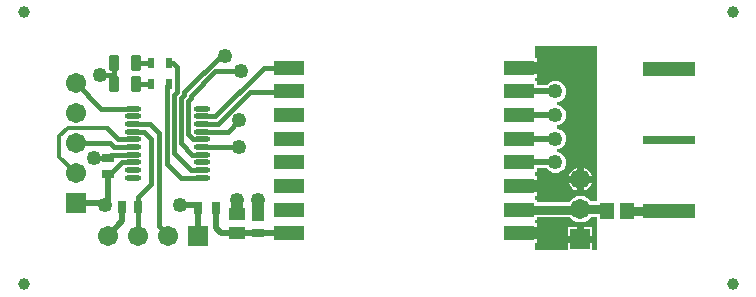
<source format=gtl>
G04*
G04 #@! TF.GenerationSoftware,Altium Limited,Altium Designer,18.1.1 (9)*
G04*
G04 Layer_Physical_Order=1*
G04 Layer_Color=255*
%FSLAX42Y42*%
%MOMM*%
G71*
G01*
G75*
%ADD26R,0.80X1.00*%
%ADD27O,1.40X0.45*%
%ADD28R,4.50X1.20*%
%ADD29R,4.50X0.70*%
%ADD30R,1.15X1.40*%
%ADD31R,1.45X1.00*%
%ADD32R,1.00X0.80*%
%ADD33R,0.74X1.02*%
%ADD34R,2.50X1.20*%
%ADD35R,0.60X0.95*%
G04:AMPARAMS|DCode=36|XSize=0.86mm|YSize=1.35mm|CornerRadius=0.22mm|HoleSize=0mm|Usage=FLASHONLY|Rotation=0.000|XOffset=0mm|YOffset=0mm|HoleType=Round|Shape=RoundedRectangle|*
%AMROUNDEDRECTD36*
21,1,0.86,0.91,0,0,0.0*
21,1,0.42,1.35,0,0,0.0*
1,1,0.44,0.21,-0.46*
1,1,0.44,-0.21,-0.46*
1,1,0.44,-0.21,0.46*
1,1,0.44,0.21,0.46*
%
%ADD36ROUNDEDRECTD36*%
%ADD37C,1.00*%
%ADD38C,0.50*%
%ADD39C,0.30*%
%ADD40C,0.40*%
%ADD41C,0.25*%
%ADD42C,0.20*%
%ADD43C,0.80*%
%ADD44C,1.00*%
%ADD45R,1.71X1.71*%
%ADD46C,1.71*%
%ADD47R,1.71X1.71*%
%ADD48C,1.25*%
G36*
X4600Y39D02*
X4560D01*
Y100D01*
X4460D01*
X4360D01*
Y39D01*
X4080D01*
Y95D01*
X4095D01*
Y265D01*
X4080D01*
Y295D01*
X4095D01*
Y314D01*
X4374D01*
X4381Y305D01*
X4404Y287D01*
X4431Y276D01*
X4460Y273D01*
X4489Y276D01*
X4516Y287D01*
X4539Y305D01*
X4549Y318D01*
X4600D01*
Y39D01*
D02*
G37*
G36*
Y450D02*
X4549D01*
X4539Y463D01*
X4516Y481D01*
X4489Y492D01*
X4460Y495D01*
X4431Y492D01*
X4404Y481D01*
X4381Y463D01*
X4368Y446D01*
X4095D01*
Y465D01*
X4080D01*
Y495D01*
X4095D01*
Y665D01*
X4080D01*
Y695D01*
X4095D01*
Y729D01*
X4179D01*
X4187Y717D01*
X4206Y703D01*
X4227Y694D01*
X4250Y691D01*
X4273Y694D01*
X4294Y703D01*
X4313Y717D01*
X4327Y736D01*
X4336Y757D01*
X4339Y780D01*
X4336Y803D01*
X4327Y824D01*
X4313Y843D01*
X4294Y857D01*
X4273Y866D01*
X4260Y867D01*
Y893D01*
X4273Y894D01*
X4294Y903D01*
X4313Y917D01*
X4327Y936D01*
X4336Y957D01*
X4339Y980D01*
X4336Y1003D01*
X4327Y1024D01*
X4313Y1043D01*
X4294Y1057D01*
X4273Y1066D01*
X4260Y1067D01*
Y1093D01*
X4273Y1094D01*
X4294Y1103D01*
X4313Y1117D01*
X4327Y1136D01*
X4336Y1157D01*
X4339Y1180D01*
X4336Y1203D01*
X4327Y1224D01*
X4313Y1243D01*
X4294Y1257D01*
X4273Y1266D01*
X4260Y1267D01*
Y1293D01*
X4273Y1294D01*
X4294Y1303D01*
X4313Y1317D01*
X4327Y1336D01*
X4336Y1357D01*
X4339Y1380D01*
X4336Y1403D01*
X4327Y1424D01*
X4313Y1443D01*
X4294Y1457D01*
X4273Y1466D01*
X4250Y1469D01*
X4227Y1466D01*
X4206Y1457D01*
X4187Y1443D01*
X4179Y1431D01*
X4095D01*
Y1465D01*
X4080D01*
Y1495D01*
X4095D01*
Y1665D01*
X4080D01*
Y1761D01*
X4600D01*
Y450D01*
D02*
G37*
%LPC*%
G36*
X4560Y231D02*
X4490D01*
Y160D01*
X4560D01*
Y231D01*
D02*
G37*
G36*
X4430D02*
X4360D01*
Y160D01*
X4430D01*
Y231D01*
D02*
G37*
G36*
X4490Y734D02*
Y668D01*
X4556D01*
X4548Y689D01*
X4532Y710D01*
X4511Y726D01*
X4490Y734D01*
D02*
G37*
G36*
X4430Y734D02*
X4409Y726D01*
X4388Y710D01*
X4372Y689D01*
X4364Y668D01*
X4430D01*
Y734D01*
D02*
G37*
G36*
X4556Y608D02*
X4490D01*
Y542D01*
X4511Y550D01*
X4532Y566D01*
X4548Y587D01*
X4556Y608D01*
D02*
G37*
G36*
X4430D02*
X4364D01*
X4372Y587D01*
X4388Y566D01*
X4409Y550D01*
X4430Y542D01*
Y608D01*
D02*
G37*
%LPD*%
D26*
X582Y400D02*
D03*
X718D02*
D03*
D27*
X1260Y650D02*
D03*
Y715D02*
D03*
Y780D02*
D03*
Y845D02*
D03*
Y910D02*
D03*
Y975D02*
D03*
Y1040D02*
D03*
Y1105D02*
D03*
Y1170D02*
D03*
Y1235D02*
D03*
X670Y650D02*
D03*
Y715D02*
D03*
Y780D02*
D03*
Y845D02*
D03*
Y910D02*
D03*
Y975D02*
D03*
Y1040D02*
D03*
Y1105D02*
D03*
Y1170D02*
D03*
Y1235D02*
D03*
D28*
X5210Y1570D02*
D03*
Y370D02*
D03*
D29*
Y970D02*
D03*
D30*
X4860Y370D02*
D03*
X4690D02*
D03*
D31*
X1550Y180D02*
D03*
Y340D02*
D03*
D32*
X1730Y180D02*
D03*
Y315D02*
D03*
X460Y815D02*
D03*
Y680D02*
D03*
D33*
X1227Y390D02*
D03*
X1373D02*
D03*
D34*
X3945Y180D02*
D03*
Y380D02*
D03*
Y580D02*
D03*
Y780D02*
D03*
Y980D02*
D03*
Y1180D02*
D03*
Y1380D02*
D03*
Y1580D02*
D03*
X1995Y180D02*
D03*
Y380D02*
D03*
Y580D02*
D03*
Y780D02*
D03*
Y980D02*
D03*
Y1180D02*
D03*
Y1380D02*
D03*
Y1580D02*
D03*
D35*
X975Y1620D02*
D03*
X825D02*
D03*
Y1440D02*
D03*
X975D02*
D03*
D36*
X703Y1620D02*
D03*
X516D02*
D03*
X703Y1440D02*
D03*
X516D02*
D03*
D37*
X3945Y580D02*
X4200D01*
X4240Y540D01*
X4140Y180D02*
X4190Y230D01*
X4180D02*
X4190D01*
X3945Y180D02*
X4140D01*
X3945Y1580D02*
X4250D01*
X1730Y350D02*
Y460D01*
X1550Y360D02*
Y460D01*
D38*
X582Y281D02*
Y400D01*
X462Y160D02*
X582Y281D01*
X1070Y420D02*
X1227D01*
X190Y432D02*
X460D01*
Y680D01*
X3945Y780D02*
X4250D01*
X3945Y980D02*
X4250D01*
X3945Y1180D02*
X4250D01*
X3945Y1380D02*
X4250D01*
X1550Y180D02*
X1995D01*
X1373Y227D02*
Y390D01*
Y227D02*
X1420Y180D01*
X1550D01*
X1224Y160D02*
Y388D01*
D39*
X50Y826D02*
X190Y686D01*
X50Y1000D02*
X120Y1070D01*
X50Y826D02*
Y1000D01*
X120Y1070D02*
X450D01*
D40*
X1140Y1020D02*
Y1301D01*
X1165Y1326D01*
Y1345D01*
X1441Y1710D02*
X1480D01*
X1105Y1374D02*
X1441Y1710D01*
X1105Y1351D02*
Y1374D01*
X1080Y1326D02*
X1105Y1351D01*
X1080Y940D02*
Y1326D01*
X1045Y1376D02*
Y1585D01*
X1010Y1620D02*
X1045Y1585D01*
X975Y1620D02*
X1010D01*
X1080Y940D02*
X1175Y845D01*
X1020Y1351D02*
X1045Y1376D01*
X1020Y860D02*
Y1351D01*
X1140Y1020D02*
X1185Y975D01*
X1165Y1345D02*
X1370Y1550D01*
X1020Y860D02*
X1165Y715D01*
X960Y1425D02*
X975Y1440D01*
X960Y770D02*
Y1425D01*
Y770D02*
X1080Y650D01*
X815Y1105D02*
X890Y1030D01*
Y240D02*
Y1030D01*
Y240D02*
X970Y160D01*
X670Y1105D02*
X815D01*
X1370Y1550D02*
X1590D01*
X1370Y1170D02*
X1780Y1580D01*
X1260Y1170D02*
X1370D01*
X1450Y1680D02*
X1480Y1710D01*
X390Y1520D02*
X516D01*
Y1620D01*
Y1440D02*
Y1520D01*
X703Y1440D02*
X825D01*
X703Y1620D02*
X825D01*
X1080Y650D02*
X1260D01*
X1165Y715D02*
X1260D01*
X190Y1448D02*
X403Y1235D01*
X670D01*
X345Y815D02*
X460D01*
X490Y845D01*
X670D01*
X460Y680D02*
X480D01*
X580Y780D01*
X670D01*
X716Y160D02*
Y486D01*
X830Y600D01*
Y980D01*
X770Y1040D02*
X830Y980D01*
X670Y1040D02*
X770D01*
X450Y1070D02*
X545Y975D01*
X670D01*
X510Y910D02*
X670D01*
X480Y940D02*
X510Y910D01*
X190Y940D02*
X480D01*
X1780Y1580D02*
X1995D01*
X1665Y1375D02*
X1990D01*
X1395Y1105D02*
X1665Y1375D01*
X1260Y1105D02*
X1395D01*
X1480Y1040D02*
X1575Y1135D01*
X1260Y1040D02*
X1480D01*
X1260Y910D02*
X1570D01*
X1175Y845D02*
X1260D01*
X1185Y975D02*
X1260D01*
D41*
X1224Y390D02*
X1227Y420D01*
X1224Y390D02*
Y390D01*
X1224Y388D02*
X1224Y390D01*
X4676Y384D02*
X4690Y370D01*
X4456Y380D02*
X4460Y384D01*
X4250Y780D02*
X4250Y780D01*
X4250Y1180D02*
X4250Y1180D01*
X1550Y180D02*
X1550Y180D01*
X1990Y1375D02*
X1995Y1380D01*
D42*
X4250Y1580D02*
X4250Y1580D01*
D43*
X4860Y370D02*
X5210D01*
X4460Y384D02*
X4676D01*
X3945Y380D02*
X4456D01*
D44*
X5750Y-250D02*
D03*
X-250Y2050D02*
D03*
X5750D02*
D03*
X-250Y-250D02*
D03*
D45*
X1224Y160D02*
D03*
D46*
X970D02*
D03*
X716D02*
D03*
X462D02*
D03*
X4460Y384D02*
D03*
Y638D02*
D03*
X190Y686D02*
D03*
Y940D02*
D03*
Y1194D02*
D03*
Y1448D02*
D03*
D47*
X4460Y130D02*
D03*
X190Y432D02*
D03*
D48*
X1590Y1550D02*
D03*
X1450Y1680D02*
D03*
X390Y1520D02*
D03*
X440Y420D02*
D03*
X1070D02*
D03*
X345Y815D02*
D03*
X1575Y1135D02*
D03*
X1570Y910D02*
D03*
X4440Y1580D02*
D03*
X4190Y230D02*
D03*
X4290Y520D02*
D03*
X4190Y630D02*
D03*
X4270Y110D02*
D03*
X4250Y1580D02*
D03*
X1730Y460D02*
D03*
X1550D02*
D03*
X4250Y780D02*
D03*
Y980D02*
D03*
Y1180D02*
D03*
Y1380D02*
D03*
M02*

</source>
